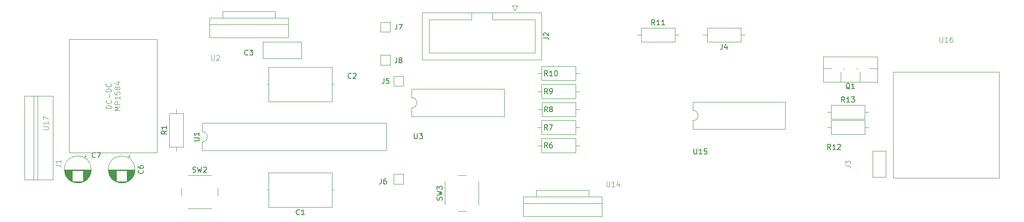
<source format=gbr>
%TF.GenerationSoftware,KiCad,Pcbnew,9.0.7*%
%TF.CreationDate,2026-01-05T23:13:07+01:00*%
%TF.ProjectId,hardware-Schematic,68617264-7761-4726-952d-536368656d61,rev?*%
%TF.SameCoordinates,Original*%
%TF.FileFunction,Legend,Top*%
%TF.FilePolarity,Positive*%
%FSLAX46Y46*%
G04 Gerber Fmt 4.6, Leading zero omitted, Abs format (unit mm)*
G04 Created by KiCad (PCBNEW 9.0.7) date 2026-01-05 23:13:07*
%MOMM*%
%LPD*%
G01*
G04 APERTURE LIST*
%ADD10C,0.150000*%
%ADD11C,0.100000*%
%ADD12C,0.120000*%
G04 APERTURE END LIST*
D10*
X156333333Y-101954819D02*
X156000000Y-101478628D01*
X155761905Y-101954819D02*
X155761905Y-100954819D01*
X155761905Y-100954819D02*
X156142857Y-100954819D01*
X156142857Y-100954819D02*
X156238095Y-101002438D01*
X156238095Y-101002438D02*
X156285714Y-101050057D01*
X156285714Y-101050057D02*
X156333333Y-101145295D01*
X156333333Y-101145295D02*
X156333333Y-101288152D01*
X156333333Y-101288152D02*
X156285714Y-101383390D01*
X156285714Y-101383390D02*
X156238095Y-101431009D01*
X156238095Y-101431009D02*
X156142857Y-101478628D01*
X156142857Y-101478628D02*
X155761905Y-101478628D01*
X156666667Y-100954819D02*
X157333333Y-100954819D01*
X157333333Y-100954819D02*
X156904762Y-101954819D01*
X156333333Y-98454819D02*
X156000000Y-97978628D01*
X155761905Y-98454819D02*
X155761905Y-97454819D01*
X155761905Y-97454819D02*
X156142857Y-97454819D01*
X156142857Y-97454819D02*
X156238095Y-97502438D01*
X156238095Y-97502438D02*
X156285714Y-97550057D01*
X156285714Y-97550057D02*
X156333333Y-97645295D01*
X156333333Y-97645295D02*
X156333333Y-97788152D01*
X156333333Y-97788152D02*
X156285714Y-97883390D01*
X156285714Y-97883390D02*
X156238095Y-97931009D01*
X156238095Y-97931009D02*
X156142857Y-97978628D01*
X156142857Y-97978628D02*
X155761905Y-97978628D01*
X156904762Y-97883390D02*
X156809524Y-97835771D01*
X156809524Y-97835771D02*
X156761905Y-97788152D01*
X156761905Y-97788152D02*
X156714286Y-97692914D01*
X156714286Y-97692914D02*
X156714286Y-97645295D01*
X156714286Y-97645295D02*
X156761905Y-97550057D01*
X156761905Y-97550057D02*
X156809524Y-97502438D01*
X156809524Y-97502438D02*
X156904762Y-97454819D01*
X156904762Y-97454819D02*
X157095238Y-97454819D01*
X157095238Y-97454819D02*
X157190476Y-97502438D01*
X157190476Y-97502438D02*
X157238095Y-97550057D01*
X157238095Y-97550057D02*
X157285714Y-97645295D01*
X157285714Y-97645295D02*
X157285714Y-97692914D01*
X157285714Y-97692914D02*
X157238095Y-97788152D01*
X157238095Y-97788152D02*
X157190476Y-97835771D01*
X157190476Y-97835771D02*
X157095238Y-97883390D01*
X157095238Y-97883390D02*
X156904762Y-97883390D01*
X156904762Y-97883390D02*
X156809524Y-97931009D01*
X156809524Y-97931009D02*
X156761905Y-97978628D01*
X156761905Y-97978628D02*
X156714286Y-98073866D01*
X156714286Y-98073866D02*
X156714286Y-98264342D01*
X156714286Y-98264342D02*
X156761905Y-98359580D01*
X156761905Y-98359580D02*
X156809524Y-98407200D01*
X156809524Y-98407200D02*
X156904762Y-98454819D01*
X156904762Y-98454819D02*
X157095238Y-98454819D01*
X157095238Y-98454819D02*
X157190476Y-98407200D01*
X157190476Y-98407200D02*
X157238095Y-98359580D01*
X157238095Y-98359580D02*
X157285714Y-98264342D01*
X157285714Y-98264342D02*
X157285714Y-98073866D01*
X157285714Y-98073866D02*
X157238095Y-97978628D01*
X157238095Y-97978628D02*
X157190476Y-97931009D01*
X157190476Y-97931009D02*
X157095238Y-97883390D01*
X135907200Y-115583332D02*
X135954819Y-115440475D01*
X135954819Y-115440475D02*
X135954819Y-115202380D01*
X135954819Y-115202380D02*
X135907200Y-115107142D01*
X135907200Y-115107142D02*
X135859580Y-115059523D01*
X135859580Y-115059523D02*
X135764342Y-115011904D01*
X135764342Y-115011904D02*
X135669104Y-115011904D01*
X135669104Y-115011904D02*
X135573866Y-115059523D01*
X135573866Y-115059523D02*
X135526247Y-115107142D01*
X135526247Y-115107142D02*
X135478628Y-115202380D01*
X135478628Y-115202380D02*
X135431009Y-115392856D01*
X135431009Y-115392856D02*
X135383390Y-115488094D01*
X135383390Y-115488094D02*
X135335771Y-115535713D01*
X135335771Y-115535713D02*
X135240533Y-115583332D01*
X135240533Y-115583332D02*
X135145295Y-115583332D01*
X135145295Y-115583332D02*
X135050057Y-115535713D01*
X135050057Y-115535713D02*
X135002438Y-115488094D01*
X135002438Y-115488094D02*
X134954819Y-115392856D01*
X134954819Y-115392856D02*
X134954819Y-115154761D01*
X134954819Y-115154761D02*
X135002438Y-115011904D01*
X134954819Y-114678570D02*
X135954819Y-114440475D01*
X135954819Y-114440475D02*
X135240533Y-114249999D01*
X135240533Y-114249999D02*
X135954819Y-114059523D01*
X135954819Y-114059523D02*
X134954819Y-113821428D01*
X134954819Y-113535713D02*
X134954819Y-112916666D01*
X134954819Y-112916666D02*
X135335771Y-113249999D01*
X135335771Y-113249999D02*
X135335771Y-113107142D01*
X135335771Y-113107142D02*
X135383390Y-113011904D01*
X135383390Y-113011904D02*
X135431009Y-112964285D01*
X135431009Y-112964285D02*
X135526247Y-112916666D01*
X135526247Y-112916666D02*
X135764342Y-112916666D01*
X135764342Y-112916666D02*
X135859580Y-112964285D01*
X135859580Y-112964285D02*
X135907200Y-113011904D01*
X135907200Y-113011904D02*
X135954819Y-113107142D01*
X135954819Y-113107142D02*
X135954819Y-113392856D01*
X135954819Y-113392856D02*
X135907200Y-113488094D01*
X135907200Y-113488094D02*
X135859580Y-113535713D01*
X214864761Y-94050057D02*
X214769523Y-94002438D01*
X214769523Y-94002438D02*
X214674285Y-93907200D01*
X214674285Y-93907200D02*
X214531428Y-93764342D01*
X214531428Y-93764342D02*
X214436190Y-93716723D01*
X214436190Y-93716723D02*
X214340952Y-93716723D01*
X214388571Y-93954819D02*
X214293333Y-93907200D01*
X214293333Y-93907200D02*
X214198095Y-93811961D01*
X214198095Y-93811961D02*
X214150476Y-93621485D01*
X214150476Y-93621485D02*
X214150476Y-93288152D01*
X214150476Y-93288152D02*
X214198095Y-93097676D01*
X214198095Y-93097676D02*
X214293333Y-93002438D01*
X214293333Y-93002438D02*
X214388571Y-92954819D01*
X214388571Y-92954819D02*
X214579047Y-92954819D01*
X214579047Y-92954819D02*
X214674285Y-93002438D01*
X214674285Y-93002438D02*
X214769523Y-93097676D01*
X214769523Y-93097676D02*
X214817142Y-93288152D01*
X214817142Y-93288152D02*
X214817142Y-93621485D01*
X214817142Y-93621485D02*
X214769523Y-93811961D01*
X214769523Y-93811961D02*
X214674285Y-93907200D01*
X214674285Y-93907200D02*
X214579047Y-93954819D01*
X214579047Y-93954819D02*
X214388571Y-93954819D01*
X215769523Y-93954819D02*
X215198095Y-93954819D01*
X215483809Y-93954819D02*
X215483809Y-92954819D01*
X215483809Y-92954819D02*
X215388571Y-93097676D01*
X215388571Y-93097676D02*
X215293333Y-93192914D01*
X215293333Y-93192914D02*
X215198095Y-93240533D01*
D11*
X91238095Y-87457419D02*
X91238095Y-88266942D01*
X91238095Y-88266942D02*
X91285714Y-88362180D01*
X91285714Y-88362180D02*
X91333333Y-88409800D01*
X91333333Y-88409800D02*
X91428571Y-88457419D01*
X91428571Y-88457419D02*
X91619047Y-88457419D01*
X91619047Y-88457419D02*
X91714285Y-88409800D01*
X91714285Y-88409800D02*
X91761904Y-88362180D01*
X91761904Y-88362180D02*
X91809523Y-88266942D01*
X91809523Y-88266942D02*
X91809523Y-87457419D01*
X92238095Y-87552657D02*
X92285714Y-87505038D01*
X92285714Y-87505038D02*
X92380952Y-87457419D01*
X92380952Y-87457419D02*
X92619047Y-87457419D01*
X92619047Y-87457419D02*
X92714285Y-87505038D01*
X92714285Y-87505038D02*
X92761904Y-87552657D01*
X92761904Y-87552657D02*
X92809523Y-87647895D01*
X92809523Y-87647895D02*
X92809523Y-87743133D01*
X92809523Y-87743133D02*
X92761904Y-87885990D01*
X92761904Y-87885990D02*
X92190476Y-88457419D01*
X92190476Y-88457419D02*
X92809523Y-88457419D01*
D10*
X130578095Y-102654819D02*
X130578095Y-103464342D01*
X130578095Y-103464342D02*
X130625714Y-103559580D01*
X130625714Y-103559580D02*
X130673333Y-103607200D01*
X130673333Y-103607200D02*
X130768571Y-103654819D01*
X130768571Y-103654819D02*
X130959047Y-103654819D01*
X130959047Y-103654819D02*
X131054285Y-103607200D01*
X131054285Y-103607200D02*
X131101904Y-103559580D01*
X131101904Y-103559580D02*
X131149523Y-103464342D01*
X131149523Y-103464342D02*
X131149523Y-102654819D01*
X131530476Y-102654819D02*
X132149523Y-102654819D01*
X132149523Y-102654819D02*
X131816190Y-103035771D01*
X131816190Y-103035771D02*
X131959047Y-103035771D01*
X131959047Y-103035771D02*
X132054285Y-103083390D01*
X132054285Y-103083390D02*
X132101904Y-103131009D01*
X132101904Y-103131009D02*
X132149523Y-103226247D01*
X132149523Y-103226247D02*
X132149523Y-103464342D01*
X132149523Y-103464342D02*
X132101904Y-103559580D01*
X132101904Y-103559580D02*
X132054285Y-103607200D01*
X132054285Y-103607200D02*
X131959047Y-103654819D01*
X131959047Y-103654819D02*
X131673333Y-103654819D01*
X131673333Y-103654819D02*
X131578095Y-103607200D01*
X131578095Y-103607200D02*
X131530476Y-103559580D01*
X190166666Y-85324819D02*
X190166666Y-86039104D01*
X190166666Y-86039104D02*
X190119047Y-86181961D01*
X190119047Y-86181961D02*
X190023809Y-86277200D01*
X190023809Y-86277200D02*
X189880952Y-86324819D01*
X189880952Y-86324819D02*
X189785714Y-86324819D01*
X191071428Y-85658152D02*
X191071428Y-86324819D01*
X190833333Y-85277200D02*
X190595238Y-85991485D01*
X190595238Y-85991485D02*
X191214285Y-85991485D01*
X108333333Y-118349580D02*
X108285714Y-118397200D01*
X108285714Y-118397200D02*
X108142857Y-118444819D01*
X108142857Y-118444819D02*
X108047619Y-118444819D01*
X108047619Y-118444819D02*
X107904762Y-118397200D01*
X107904762Y-118397200D02*
X107809524Y-118301961D01*
X107809524Y-118301961D02*
X107761905Y-118206723D01*
X107761905Y-118206723D02*
X107714286Y-118016247D01*
X107714286Y-118016247D02*
X107714286Y-117873390D01*
X107714286Y-117873390D02*
X107761905Y-117682914D01*
X107761905Y-117682914D02*
X107809524Y-117587676D01*
X107809524Y-117587676D02*
X107904762Y-117492438D01*
X107904762Y-117492438D02*
X108047619Y-117444819D01*
X108047619Y-117444819D02*
X108142857Y-117444819D01*
X108142857Y-117444819D02*
X108285714Y-117492438D01*
X108285714Y-117492438D02*
X108333333Y-117540057D01*
X109285714Y-118444819D02*
X108714286Y-118444819D01*
X109000000Y-118444819D02*
X109000000Y-117444819D01*
X109000000Y-117444819D02*
X108904762Y-117587676D01*
X108904762Y-117587676D02*
X108809524Y-117682914D01*
X108809524Y-117682914D02*
X108714286Y-117730533D01*
X87924819Y-104071904D02*
X88734342Y-104071904D01*
X88734342Y-104071904D02*
X88829580Y-104024285D01*
X88829580Y-104024285D02*
X88877200Y-103976666D01*
X88877200Y-103976666D02*
X88924819Y-103881428D01*
X88924819Y-103881428D02*
X88924819Y-103690952D01*
X88924819Y-103690952D02*
X88877200Y-103595714D01*
X88877200Y-103595714D02*
X88829580Y-103548095D01*
X88829580Y-103548095D02*
X88734342Y-103500476D01*
X88734342Y-103500476D02*
X87924819Y-103500476D01*
X88924819Y-102500476D02*
X88924819Y-103071904D01*
X88924819Y-102786190D02*
X87924819Y-102786190D01*
X87924819Y-102786190D02*
X88067676Y-102881428D01*
X88067676Y-102881428D02*
X88162914Y-102976666D01*
X88162914Y-102976666D02*
X88210533Y-103071904D01*
X184681905Y-105649819D02*
X184681905Y-106459342D01*
X184681905Y-106459342D02*
X184729524Y-106554580D01*
X184729524Y-106554580D02*
X184777143Y-106602200D01*
X184777143Y-106602200D02*
X184872381Y-106649819D01*
X184872381Y-106649819D02*
X185062857Y-106649819D01*
X185062857Y-106649819D02*
X185158095Y-106602200D01*
X185158095Y-106602200D02*
X185205714Y-106554580D01*
X185205714Y-106554580D02*
X185253333Y-106459342D01*
X185253333Y-106459342D02*
X185253333Y-105649819D01*
X186253333Y-106649819D02*
X185681905Y-106649819D01*
X185967619Y-106649819D02*
X185967619Y-105649819D01*
X185967619Y-105649819D02*
X185872381Y-105792676D01*
X185872381Y-105792676D02*
X185777143Y-105887914D01*
X185777143Y-105887914D02*
X185681905Y-105935533D01*
X187158095Y-105649819D02*
X186681905Y-105649819D01*
X186681905Y-105649819D02*
X186634286Y-106126009D01*
X186634286Y-106126009D02*
X186681905Y-106078390D01*
X186681905Y-106078390D02*
X186777143Y-106030771D01*
X186777143Y-106030771D02*
X187015238Y-106030771D01*
X187015238Y-106030771D02*
X187110476Y-106078390D01*
X187110476Y-106078390D02*
X187158095Y-106126009D01*
X187158095Y-106126009D02*
X187205714Y-106221247D01*
X187205714Y-106221247D02*
X187205714Y-106459342D01*
X187205714Y-106459342D02*
X187158095Y-106554580D01*
X187158095Y-106554580D02*
X187110476Y-106602200D01*
X187110476Y-106602200D02*
X187015238Y-106649819D01*
X187015238Y-106649819D02*
X186777143Y-106649819D01*
X186777143Y-106649819D02*
X186681905Y-106602200D01*
X186681905Y-106602200D02*
X186634286Y-106554580D01*
X156333333Y-94954819D02*
X156000000Y-94478628D01*
X155761905Y-94954819D02*
X155761905Y-93954819D01*
X155761905Y-93954819D02*
X156142857Y-93954819D01*
X156142857Y-93954819D02*
X156238095Y-94002438D01*
X156238095Y-94002438D02*
X156285714Y-94050057D01*
X156285714Y-94050057D02*
X156333333Y-94145295D01*
X156333333Y-94145295D02*
X156333333Y-94288152D01*
X156333333Y-94288152D02*
X156285714Y-94383390D01*
X156285714Y-94383390D02*
X156238095Y-94431009D01*
X156238095Y-94431009D02*
X156142857Y-94478628D01*
X156142857Y-94478628D02*
X155761905Y-94478628D01*
X156809524Y-94954819D02*
X157000000Y-94954819D01*
X157000000Y-94954819D02*
X157095238Y-94907200D01*
X157095238Y-94907200D02*
X157142857Y-94859580D01*
X157142857Y-94859580D02*
X157238095Y-94716723D01*
X157238095Y-94716723D02*
X157285714Y-94526247D01*
X157285714Y-94526247D02*
X157285714Y-94145295D01*
X157285714Y-94145295D02*
X157238095Y-94050057D01*
X157238095Y-94050057D02*
X157190476Y-94002438D01*
X157190476Y-94002438D02*
X157095238Y-93954819D01*
X157095238Y-93954819D02*
X156904762Y-93954819D01*
X156904762Y-93954819D02*
X156809524Y-94002438D01*
X156809524Y-94002438D02*
X156761905Y-94050057D01*
X156761905Y-94050057D02*
X156714286Y-94145295D01*
X156714286Y-94145295D02*
X156714286Y-94383390D01*
X156714286Y-94383390D02*
X156761905Y-94478628D01*
X156761905Y-94478628D02*
X156809524Y-94526247D01*
X156809524Y-94526247D02*
X156904762Y-94573866D01*
X156904762Y-94573866D02*
X157095238Y-94573866D01*
X157095238Y-94573866D02*
X157190476Y-94526247D01*
X157190476Y-94526247D02*
X157238095Y-94478628D01*
X157238095Y-94478628D02*
X157285714Y-94383390D01*
X177107142Y-81584819D02*
X176773809Y-81108628D01*
X176535714Y-81584819D02*
X176535714Y-80584819D01*
X176535714Y-80584819D02*
X176916666Y-80584819D01*
X176916666Y-80584819D02*
X177011904Y-80632438D01*
X177011904Y-80632438D02*
X177059523Y-80680057D01*
X177059523Y-80680057D02*
X177107142Y-80775295D01*
X177107142Y-80775295D02*
X177107142Y-80918152D01*
X177107142Y-80918152D02*
X177059523Y-81013390D01*
X177059523Y-81013390D02*
X177011904Y-81061009D01*
X177011904Y-81061009D02*
X176916666Y-81108628D01*
X176916666Y-81108628D02*
X176535714Y-81108628D01*
X178059523Y-81584819D02*
X177488095Y-81584819D01*
X177773809Y-81584819D02*
X177773809Y-80584819D01*
X177773809Y-80584819D02*
X177678571Y-80727676D01*
X177678571Y-80727676D02*
X177583333Y-80822914D01*
X177583333Y-80822914D02*
X177488095Y-80870533D01*
X179011904Y-81584819D02*
X178440476Y-81584819D01*
X178726190Y-81584819D02*
X178726190Y-80584819D01*
X178726190Y-80584819D02*
X178630952Y-80727676D01*
X178630952Y-80727676D02*
X178535714Y-80822914D01*
X178535714Y-80822914D02*
X178440476Y-80870533D01*
X213857142Y-96584819D02*
X213523809Y-96108628D01*
X213285714Y-96584819D02*
X213285714Y-95584819D01*
X213285714Y-95584819D02*
X213666666Y-95584819D01*
X213666666Y-95584819D02*
X213761904Y-95632438D01*
X213761904Y-95632438D02*
X213809523Y-95680057D01*
X213809523Y-95680057D02*
X213857142Y-95775295D01*
X213857142Y-95775295D02*
X213857142Y-95918152D01*
X213857142Y-95918152D02*
X213809523Y-96013390D01*
X213809523Y-96013390D02*
X213761904Y-96061009D01*
X213761904Y-96061009D02*
X213666666Y-96108628D01*
X213666666Y-96108628D02*
X213285714Y-96108628D01*
X214809523Y-96584819D02*
X214238095Y-96584819D01*
X214523809Y-96584819D02*
X214523809Y-95584819D01*
X214523809Y-95584819D02*
X214428571Y-95727676D01*
X214428571Y-95727676D02*
X214333333Y-95822914D01*
X214333333Y-95822914D02*
X214238095Y-95870533D01*
X215142857Y-95584819D02*
X215761904Y-95584819D01*
X215761904Y-95584819D02*
X215428571Y-95965771D01*
X215428571Y-95965771D02*
X215571428Y-95965771D01*
X215571428Y-95965771D02*
X215666666Y-96013390D01*
X215666666Y-96013390D02*
X215714285Y-96061009D01*
X215714285Y-96061009D02*
X215761904Y-96156247D01*
X215761904Y-96156247D02*
X215761904Y-96394342D01*
X215761904Y-96394342D02*
X215714285Y-96489580D01*
X215714285Y-96489580D02*
X215666666Y-96537200D01*
X215666666Y-96537200D02*
X215571428Y-96584819D01*
X215571428Y-96584819D02*
X215285714Y-96584819D01*
X215285714Y-96584819D02*
X215190476Y-96537200D01*
X215190476Y-96537200D02*
X215142857Y-96489580D01*
X156333333Y-105454819D02*
X156000000Y-104978628D01*
X155761905Y-105454819D02*
X155761905Y-104454819D01*
X155761905Y-104454819D02*
X156142857Y-104454819D01*
X156142857Y-104454819D02*
X156238095Y-104502438D01*
X156238095Y-104502438D02*
X156285714Y-104550057D01*
X156285714Y-104550057D02*
X156333333Y-104645295D01*
X156333333Y-104645295D02*
X156333333Y-104788152D01*
X156333333Y-104788152D02*
X156285714Y-104883390D01*
X156285714Y-104883390D02*
X156238095Y-104931009D01*
X156238095Y-104931009D02*
X156142857Y-104978628D01*
X156142857Y-104978628D02*
X155761905Y-104978628D01*
X157190476Y-104454819D02*
X157000000Y-104454819D01*
X157000000Y-104454819D02*
X156904762Y-104502438D01*
X156904762Y-104502438D02*
X156857143Y-104550057D01*
X156857143Y-104550057D02*
X156761905Y-104692914D01*
X156761905Y-104692914D02*
X156714286Y-104883390D01*
X156714286Y-104883390D02*
X156714286Y-105264342D01*
X156714286Y-105264342D02*
X156761905Y-105359580D01*
X156761905Y-105359580D02*
X156809524Y-105407200D01*
X156809524Y-105407200D02*
X156904762Y-105454819D01*
X156904762Y-105454819D02*
X157095238Y-105454819D01*
X157095238Y-105454819D02*
X157190476Y-105407200D01*
X157190476Y-105407200D02*
X157238095Y-105359580D01*
X157238095Y-105359580D02*
X157285714Y-105264342D01*
X157285714Y-105264342D02*
X157285714Y-105026247D01*
X157285714Y-105026247D02*
X157238095Y-104931009D01*
X157238095Y-104931009D02*
X157190476Y-104883390D01*
X157190476Y-104883390D02*
X157095238Y-104835771D01*
X157095238Y-104835771D02*
X156904762Y-104835771D01*
X156904762Y-104835771D02*
X156809524Y-104883390D01*
X156809524Y-104883390D02*
X156761905Y-104931009D01*
X156761905Y-104931009D02*
X156714286Y-105026247D01*
D11*
X61112419Y-108833445D02*
X61826704Y-108833445D01*
X61826704Y-108833445D02*
X61969561Y-108881064D01*
X61969561Y-108881064D02*
X62064800Y-108976302D01*
X62064800Y-108976302D02*
X62112419Y-109119159D01*
X62112419Y-109119159D02*
X62112419Y-109214397D01*
X62112419Y-107833445D02*
X62112419Y-108404873D01*
X62112419Y-108119159D02*
X61112419Y-108119159D01*
X61112419Y-108119159D02*
X61255276Y-108214397D01*
X61255276Y-108214397D02*
X61350514Y-108309635D01*
X61350514Y-108309635D02*
X61398133Y-108404873D01*
D10*
X124666666Y-91954819D02*
X124666666Y-92669104D01*
X124666666Y-92669104D02*
X124619047Y-92811961D01*
X124619047Y-92811961D02*
X124523809Y-92907200D01*
X124523809Y-92907200D02*
X124380952Y-92954819D01*
X124380952Y-92954819D02*
X124285714Y-92954819D01*
X125619047Y-91954819D02*
X125142857Y-91954819D01*
X125142857Y-91954819D02*
X125095238Y-92431009D01*
X125095238Y-92431009D02*
X125142857Y-92383390D01*
X125142857Y-92383390D02*
X125238095Y-92335771D01*
X125238095Y-92335771D02*
X125476190Y-92335771D01*
X125476190Y-92335771D02*
X125571428Y-92383390D01*
X125571428Y-92383390D02*
X125619047Y-92431009D01*
X125619047Y-92431009D02*
X125666666Y-92526247D01*
X125666666Y-92526247D02*
X125666666Y-92764342D01*
X125666666Y-92764342D02*
X125619047Y-92859580D01*
X125619047Y-92859580D02*
X125571428Y-92907200D01*
X125571428Y-92907200D02*
X125476190Y-92954819D01*
X125476190Y-92954819D02*
X125238095Y-92954819D01*
X125238095Y-92954819D02*
X125142857Y-92907200D01*
X125142857Y-92907200D02*
X125095238Y-92859580D01*
X78009580Y-109816666D02*
X78057200Y-109864285D01*
X78057200Y-109864285D02*
X78104819Y-110007142D01*
X78104819Y-110007142D02*
X78104819Y-110102380D01*
X78104819Y-110102380D02*
X78057200Y-110245237D01*
X78057200Y-110245237D02*
X77961961Y-110340475D01*
X77961961Y-110340475D02*
X77866723Y-110388094D01*
X77866723Y-110388094D02*
X77676247Y-110435713D01*
X77676247Y-110435713D02*
X77533390Y-110435713D01*
X77533390Y-110435713D02*
X77342914Y-110388094D01*
X77342914Y-110388094D02*
X77247676Y-110340475D01*
X77247676Y-110340475D02*
X77152438Y-110245237D01*
X77152438Y-110245237D02*
X77104819Y-110102380D01*
X77104819Y-110102380D02*
X77104819Y-110007142D01*
X77104819Y-110007142D02*
X77152438Y-109864285D01*
X77152438Y-109864285D02*
X77200057Y-109816666D01*
X77104819Y-108959523D02*
X77104819Y-109149999D01*
X77104819Y-109149999D02*
X77152438Y-109245237D01*
X77152438Y-109245237D02*
X77200057Y-109292856D01*
X77200057Y-109292856D02*
X77342914Y-109388094D01*
X77342914Y-109388094D02*
X77533390Y-109435713D01*
X77533390Y-109435713D02*
X77914342Y-109435713D01*
X77914342Y-109435713D02*
X78009580Y-109388094D01*
X78009580Y-109388094D02*
X78057200Y-109340475D01*
X78057200Y-109340475D02*
X78104819Y-109245237D01*
X78104819Y-109245237D02*
X78104819Y-109054761D01*
X78104819Y-109054761D02*
X78057200Y-108959523D01*
X78057200Y-108959523D02*
X78009580Y-108911904D01*
X78009580Y-108911904D02*
X77914342Y-108864285D01*
X77914342Y-108864285D02*
X77676247Y-108864285D01*
X77676247Y-108864285D02*
X77581009Y-108911904D01*
X77581009Y-108911904D02*
X77533390Y-108959523D01*
X77533390Y-108959523D02*
X77485771Y-109054761D01*
X77485771Y-109054761D02*
X77485771Y-109245237D01*
X77485771Y-109245237D02*
X77533390Y-109340475D01*
X77533390Y-109340475D02*
X77581009Y-109388094D01*
X77581009Y-109388094D02*
X77676247Y-109435713D01*
D11*
X213987419Y-108953333D02*
X214701704Y-108953333D01*
X214701704Y-108953333D02*
X214844561Y-109000952D01*
X214844561Y-109000952D02*
X214939800Y-109096190D01*
X214939800Y-109096190D02*
X214987419Y-109239047D01*
X214987419Y-109239047D02*
X214987419Y-109334285D01*
X213987419Y-108572380D02*
X213987419Y-107953333D01*
X213987419Y-107953333D02*
X214368371Y-108286666D01*
X214368371Y-108286666D02*
X214368371Y-108143809D01*
X214368371Y-108143809D02*
X214415990Y-108048571D01*
X214415990Y-108048571D02*
X214463609Y-108000952D01*
X214463609Y-108000952D02*
X214558847Y-107953333D01*
X214558847Y-107953333D02*
X214796942Y-107953333D01*
X214796942Y-107953333D02*
X214892180Y-108000952D01*
X214892180Y-108000952D02*
X214939800Y-108048571D01*
X214939800Y-108048571D02*
X214987419Y-108143809D01*
X214987419Y-108143809D02*
X214987419Y-108429523D01*
X214987419Y-108429523D02*
X214939800Y-108524761D01*
X214939800Y-108524761D02*
X214892180Y-108572380D01*
X167761905Y-111957419D02*
X167761905Y-112766942D01*
X167761905Y-112766942D02*
X167809524Y-112862180D01*
X167809524Y-112862180D02*
X167857143Y-112909800D01*
X167857143Y-112909800D02*
X167952381Y-112957419D01*
X167952381Y-112957419D02*
X168142857Y-112957419D01*
X168142857Y-112957419D02*
X168238095Y-112909800D01*
X168238095Y-112909800D02*
X168285714Y-112862180D01*
X168285714Y-112862180D02*
X168333333Y-112766942D01*
X168333333Y-112766942D02*
X168333333Y-111957419D01*
X169333333Y-112957419D02*
X168761905Y-112957419D01*
X169047619Y-112957419D02*
X169047619Y-111957419D01*
X169047619Y-111957419D02*
X168952381Y-112100276D01*
X168952381Y-112100276D02*
X168857143Y-112195514D01*
X168857143Y-112195514D02*
X168761905Y-112243133D01*
X170190476Y-112290752D02*
X170190476Y-112957419D01*
X169952381Y-111909800D02*
X169714286Y-112624085D01*
X169714286Y-112624085D02*
X170333333Y-112624085D01*
D10*
X118333333Y-91859580D02*
X118285714Y-91907200D01*
X118285714Y-91907200D02*
X118142857Y-91954819D01*
X118142857Y-91954819D02*
X118047619Y-91954819D01*
X118047619Y-91954819D02*
X117904762Y-91907200D01*
X117904762Y-91907200D02*
X117809524Y-91811961D01*
X117809524Y-91811961D02*
X117761905Y-91716723D01*
X117761905Y-91716723D02*
X117714286Y-91526247D01*
X117714286Y-91526247D02*
X117714286Y-91383390D01*
X117714286Y-91383390D02*
X117761905Y-91192914D01*
X117761905Y-91192914D02*
X117809524Y-91097676D01*
X117809524Y-91097676D02*
X117904762Y-91002438D01*
X117904762Y-91002438D02*
X118047619Y-90954819D01*
X118047619Y-90954819D02*
X118142857Y-90954819D01*
X118142857Y-90954819D02*
X118285714Y-91002438D01*
X118285714Y-91002438D02*
X118333333Y-91050057D01*
X118714286Y-91050057D02*
X118761905Y-91002438D01*
X118761905Y-91002438D02*
X118857143Y-90954819D01*
X118857143Y-90954819D02*
X119095238Y-90954819D01*
X119095238Y-90954819D02*
X119190476Y-91002438D01*
X119190476Y-91002438D02*
X119238095Y-91050057D01*
X119238095Y-91050057D02*
X119285714Y-91145295D01*
X119285714Y-91145295D02*
X119285714Y-91240533D01*
X119285714Y-91240533D02*
X119238095Y-91383390D01*
X119238095Y-91383390D02*
X118666667Y-91954819D01*
X118666667Y-91954819D02*
X119285714Y-91954819D01*
X127166666Y-87954819D02*
X127166666Y-88669104D01*
X127166666Y-88669104D02*
X127119047Y-88811961D01*
X127119047Y-88811961D02*
X127023809Y-88907200D01*
X127023809Y-88907200D02*
X126880952Y-88954819D01*
X126880952Y-88954819D02*
X126785714Y-88954819D01*
X127785714Y-88383390D02*
X127690476Y-88335771D01*
X127690476Y-88335771D02*
X127642857Y-88288152D01*
X127642857Y-88288152D02*
X127595238Y-88192914D01*
X127595238Y-88192914D02*
X127595238Y-88145295D01*
X127595238Y-88145295D02*
X127642857Y-88050057D01*
X127642857Y-88050057D02*
X127690476Y-88002438D01*
X127690476Y-88002438D02*
X127785714Y-87954819D01*
X127785714Y-87954819D02*
X127976190Y-87954819D01*
X127976190Y-87954819D02*
X128071428Y-88002438D01*
X128071428Y-88002438D02*
X128119047Y-88050057D01*
X128119047Y-88050057D02*
X128166666Y-88145295D01*
X128166666Y-88145295D02*
X128166666Y-88192914D01*
X128166666Y-88192914D02*
X128119047Y-88288152D01*
X128119047Y-88288152D02*
X128071428Y-88335771D01*
X128071428Y-88335771D02*
X127976190Y-88383390D01*
X127976190Y-88383390D02*
X127785714Y-88383390D01*
X127785714Y-88383390D02*
X127690476Y-88431009D01*
X127690476Y-88431009D02*
X127642857Y-88478628D01*
X127642857Y-88478628D02*
X127595238Y-88573866D01*
X127595238Y-88573866D02*
X127595238Y-88764342D01*
X127595238Y-88764342D02*
X127642857Y-88859580D01*
X127642857Y-88859580D02*
X127690476Y-88907200D01*
X127690476Y-88907200D02*
X127785714Y-88954819D01*
X127785714Y-88954819D02*
X127976190Y-88954819D01*
X127976190Y-88954819D02*
X128071428Y-88907200D01*
X128071428Y-88907200D02*
X128119047Y-88859580D01*
X128119047Y-88859580D02*
X128166666Y-88764342D01*
X128166666Y-88764342D02*
X128166666Y-88573866D01*
X128166666Y-88573866D02*
X128119047Y-88478628D01*
X128119047Y-88478628D02*
X128071428Y-88431009D01*
X128071428Y-88431009D02*
X127976190Y-88383390D01*
X211157142Y-105754819D02*
X210823809Y-105278628D01*
X210585714Y-105754819D02*
X210585714Y-104754819D01*
X210585714Y-104754819D02*
X210966666Y-104754819D01*
X210966666Y-104754819D02*
X211061904Y-104802438D01*
X211061904Y-104802438D02*
X211109523Y-104850057D01*
X211109523Y-104850057D02*
X211157142Y-104945295D01*
X211157142Y-104945295D02*
X211157142Y-105088152D01*
X211157142Y-105088152D02*
X211109523Y-105183390D01*
X211109523Y-105183390D02*
X211061904Y-105231009D01*
X211061904Y-105231009D02*
X210966666Y-105278628D01*
X210966666Y-105278628D02*
X210585714Y-105278628D01*
X212109523Y-105754819D02*
X211538095Y-105754819D01*
X211823809Y-105754819D02*
X211823809Y-104754819D01*
X211823809Y-104754819D02*
X211728571Y-104897676D01*
X211728571Y-104897676D02*
X211633333Y-104992914D01*
X211633333Y-104992914D02*
X211538095Y-105040533D01*
X212490476Y-104850057D02*
X212538095Y-104802438D01*
X212538095Y-104802438D02*
X212633333Y-104754819D01*
X212633333Y-104754819D02*
X212871428Y-104754819D01*
X212871428Y-104754819D02*
X212966666Y-104802438D01*
X212966666Y-104802438D02*
X213014285Y-104850057D01*
X213014285Y-104850057D02*
X213061904Y-104945295D01*
X213061904Y-104945295D02*
X213061904Y-105040533D01*
X213061904Y-105040533D02*
X213014285Y-105183390D01*
X213014285Y-105183390D02*
X212442857Y-105754819D01*
X212442857Y-105754819D02*
X213061904Y-105754819D01*
X124166666Y-111454819D02*
X124166666Y-112169104D01*
X124166666Y-112169104D02*
X124119047Y-112311961D01*
X124119047Y-112311961D02*
X124023809Y-112407200D01*
X124023809Y-112407200D02*
X123880952Y-112454819D01*
X123880952Y-112454819D02*
X123785714Y-112454819D01*
X125071428Y-111454819D02*
X124880952Y-111454819D01*
X124880952Y-111454819D02*
X124785714Y-111502438D01*
X124785714Y-111502438D02*
X124738095Y-111550057D01*
X124738095Y-111550057D02*
X124642857Y-111692914D01*
X124642857Y-111692914D02*
X124595238Y-111883390D01*
X124595238Y-111883390D02*
X124595238Y-112264342D01*
X124595238Y-112264342D02*
X124642857Y-112359580D01*
X124642857Y-112359580D02*
X124690476Y-112407200D01*
X124690476Y-112407200D02*
X124785714Y-112454819D01*
X124785714Y-112454819D02*
X124976190Y-112454819D01*
X124976190Y-112454819D02*
X125071428Y-112407200D01*
X125071428Y-112407200D02*
X125119047Y-112359580D01*
X125119047Y-112359580D02*
X125166666Y-112264342D01*
X125166666Y-112264342D02*
X125166666Y-112026247D01*
X125166666Y-112026247D02*
X125119047Y-111931009D01*
X125119047Y-111931009D02*
X125071428Y-111883390D01*
X125071428Y-111883390D02*
X124976190Y-111835771D01*
X124976190Y-111835771D02*
X124785714Y-111835771D01*
X124785714Y-111835771D02*
X124690476Y-111883390D01*
X124690476Y-111883390D02*
X124642857Y-111931009D01*
X124642857Y-111931009D02*
X124595238Y-112026247D01*
X98333333Y-87359580D02*
X98285714Y-87407200D01*
X98285714Y-87407200D02*
X98142857Y-87454819D01*
X98142857Y-87454819D02*
X98047619Y-87454819D01*
X98047619Y-87454819D02*
X97904762Y-87407200D01*
X97904762Y-87407200D02*
X97809524Y-87311961D01*
X97809524Y-87311961D02*
X97761905Y-87216723D01*
X97761905Y-87216723D02*
X97714286Y-87026247D01*
X97714286Y-87026247D02*
X97714286Y-86883390D01*
X97714286Y-86883390D02*
X97761905Y-86692914D01*
X97761905Y-86692914D02*
X97809524Y-86597676D01*
X97809524Y-86597676D02*
X97904762Y-86502438D01*
X97904762Y-86502438D02*
X98047619Y-86454819D01*
X98047619Y-86454819D02*
X98142857Y-86454819D01*
X98142857Y-86454819D02*
X98285714Y-86502438D01*
X98285714Y-86502438D02*
X98333333Y-86550057D01*
X98666667Y-86454819D02*
X99285714Y-86454819D01*
X99285714Y-86454819D02*
X98952381Y-86835771D01*
X98952381Y-86835771D02*
X99095238Y-86835771D01*
X99095238Y-86835771D02*
X99190476Y-86883390D01*
X99190476Y-86883390D02*
X99238095Y-86931009D01*
X99238095Y-86931009D02*
X99285714Y-87026247D01*
X99285714Y-87026247D02*
X99285714Y-87264342D01*
X99285714Y-87264342D02*
X99238095Y-87359580D01*
X99238095Y-87359580D02*
X99190476Y-87407200D01*
X99190476Y-87407200D02*
X99095238Y-87454819D01*
X99095238Y-87454819D02*
X98809524Y-87454819D01*
X98809524Y-87454819D02*
X98714286Y-87407200D01*
X98714286Y-87407200D02*
X98666667Y-87359580D01*
X87666667Y-110157200D02*
X87809524Y-110204819D01*
X87809524Y-110204819D02*
X88047619Y-110204819D01*
X88047619Y-110204819D02*
X88142857Y-110157200D01*
X88142857Y-110157200D02*
X88190476Y-110109580D01*
X88190476Y-110109580D02*
X88238095Y-110014342D01*
X88238095Y-110014342D02*
X88238095Y-109919104D01*
X88238095Y-109919104D02*
X88190476Y-109823866D01*
X88190476Y-109823866D02*
X88142857Y-109776247D01*
X88142857Y-109776247D02*
X88047619Y-109728628D01*
X88047619Y-109728628D02*
X87857143Y-109681009D01*
X87857143Y-109681009D02*
X87761905Y-109633390D01*
X87761905Y-109633390D02*
X87714286Y-109585771D01*
X87714286Y-109585771D02*
X87666667Y-109490533D01*
X87666667Y-109490533D02*
X87666667Y-109395295D01*
X87666667Y-109395295D02*
X87714286Y-109300057D01*
X87714286Y-109300057D02*
X87761905Y-109252438D01*
X87761905Y-109252438D02*
X87857143Y-109204819D01*
X87857143Y-109204819D02*
X88095238Y-109204819D01*
X88095238Y-109204819D02*
X88238095Y-109252438D01*
X88571429Y-109204819D02*
X88809524Y-110204819D01*
X88809524Y-110204819D02*
X89000000Y-109490533D01*
X89000000Y-109490533D02*
X89190476Y-110204819D01*
X89190476Y-110204819D02*
X89428572Y-109204819D01*
X89761905Y-109300057D02*
X89809524Y-109252438D01*
X89809524Y-109252438D02*
X89904762Y-109204819D01*
X89904762Y-109204819D02*
X90142857Y-109204819D01*
X90142857Y-109204819D02*
X90238095Y-109252438D01*
X90238095Y-109252438D02*
X90285714Y-109300057D01*
X90285714Y-109300057D02*
X90333333Y-109395295D01*
X90333333Y-109395295D02*
X90333333Y-109490533D01*
X90333333Y-109490533D02*
X90285714Y-109633390D01*
X90285714Y-109633390D02*
X89714286Y-110204819D01*
X89714286Y-110204819D02*
X90333333Y-110204819D01*
X68803333Y-107259580D02*
X68755714Y-107307200D01*
X68755714Y-107307200D02*
X68612857Y-107354819D01*
X68612857Y-107354819D02*
X68517619Y-107354819D01*
X68517619Y-107354819D02*
X68374762Y-107307200D01*
X68374762Y-107307200D02*
X68279524Y-107211961D01*
X68279524Y-107211961D02*
X68231905Y-107116723D01*
X68231905Y-107116723D02*
X68184286Y-106926247D01*
X68184286Y-106926247D02*
X68184286Y-106783390D01*
X68184286Y-106783390D02*
X68231905Y-106592914D01*
X68231905Y-106592914D02*
X68279524Y-106497676D01*
X68279524Y-106497676D02*
X68374762Y-106402438D01*
X68374762Y-106402438D02*
X68517619Y-106354819D01*
X68517619Y-106354819D02*
X68612857Y-106354819D01*
X68612857Y-106354819D02*
X68755714Y-106402438D01*
X68755714Y-106402438D02*
X68803333Y-106450057D01*
X69136667Y-106354819D02*
X69803333Y-106354819D01*
X69803333Y-106354819D02*
X69374762Y-107354819D01*
X127166666Y-81454819D02*
X127166666Y-82169104D01*
X127166666Y-82169104D02*
X127119047Y-82311961D01*
X127119047Y-82311961D02*
X127023809Y-82407200D01*
X127023809Y-82407200D02*
X126880952Y-82454819D01*
X126880952Y-82454819D02*
X126785714Y-82454819D01*
X127547619Y-81454819D02*
X128214285Y-81454819D01*
X128214285Y-81454819D02*
X127785714Y-82454819D01*
X82584819Y-102166666D02*
X82108628Y-102499999D01*
X82584819Y-102738094D02*
X81584819Y-102738094D01*
X81584819Y-102738094D02*
X81584819Y-102357142D01*
X81584819Y-102357142D02*
X81632438Y-102261904D01*
X81632438Y-102261904D02*
X81680057Y-102214285D01*
X81680057Y-102214285D02*
X81775295Y-102166666D01*
X81775295Y-102166666D02*
X81918152Y-102166666D01*
X81918152Y-102166666D02*
X82013390Y-102214285D01*
X82013390Y-102214285D02*
X82061009Y-102261904D01*
X82061009Y-102261904D02*
X82108628Y-102357142D01*
X82108628Y-102357142D02*
X82108628Y-102738094D01*
X82584819Y-101214285D02*
X82584819Y-101785713D01*
X82584819Y-101499999D02*
X81584819Y-101499999D01*
X81584819Y-101499999D02*
X81727676Y-101595237D01*
X81727676Y-101595237D02*
X81822914Y-101690475D01*
X81822914Y-101690475D02*
X81870533Y-101785713D01*
X156357142Y-91454819D02*
X156023809Y-90978628D01*
X155785714Y-91454819D02*
X155785714Y-90454819D01*
X155785714Y-90454819D02*
X156166666Y-90454819D01*
X156166666Y-90454819D02*
X156261904Y-90502438D01*
X156261904Y-90502438D02*
X156309523Y-90550057D01*
X156309523Y-90550057D02*
X156357142Y-90645295D01*
X156357142Y-90645295D02*
X156357142Y-90788152D01*
X156357142Y-90788152D02*
X156309523Y-90883390D01*
X156309523Y-90883390D02*
X156261904Y-90931009D01*
X156261904Y-90931009D02*
X156166666Y-90978628D01*
X156166666Y-90978628D02*
X155785714Y-90978628D01*
X157309523Y-91454819D02*
X156738095Y-91454819D01*
X157023809Y-91454819D02*
X157023809Y-90454819D01*
X157023809Y-90454819D02*
X156928571Y-90597676D01*
X156928571Y-90597676D02*
X156833333Y-90692914D01*
X156833333Y-90692914D02*
X156738095Y-90740533D01*
X157928571Y-90454819D02*
X158023809Y-90454819D01*
X158023809Y-90454819D02*
X158119047Y-90502438D01*
X158119047Y-90502438D02*
X158166666Y-90550057D01*
X158166666Y-90550057D02*
X158214285Y-90645295D01*
X158214285Y-90645295D02*
X158261904Y-90835771D01*
X158261904Y-90835771D02*
X158261904Y-91073866D01*
X158261904Y-91073866D02*
X158214285Y-91264342D01*
X158214285Y-91264342D02*
X158166666Y-91359580D01*
X158166666Y-91359580D02*
X158119047Y-91407200D01*
X158119047Y-91407200D02*
X158023809Y-91454819D01*
X158023809Y-91454819D02*
X157928571Y-91454819D01*
X157928571Y-91454819D02*
X157833333Y-91407200D01*
X157833333Y-91407200D02*
X157785714Y-91359580D01*
X157785714Y-91359580D02*
X157738095Y-91264342D01*
X157738095Y-91264342D02*
X157690476Y-91073866D01*
X157690476Y-91073866D02*
X157690476Y-90835771D01*
X157690476Y-90835771D02*
X157738095Y-90645295D01*
X157738095Y-90645295D02*
X157785714Y-90550057D01*
X157785714Y-90550057D02*
X157833333Y-90502438D01*
X157833333Y-90502438D02*
X157928571Y-90454819D01*
X155554819Y-84103333D02*
X156269104Y-84103333D01*
X156269104Y-84103333D02*
X156411961Y-84150952D01*
X156411961Y-84150952D02*
X156507200Y-84246190D01*
X156507200Y-84246190D02*
X156554819Y-84389047D01*
X156554819Y-84389047D02*
X156554819Y-84484285D01*
X155650057Y-83674761D02*
X155602438Y-83627142D01*
X155602438Y-83627142D02*
X155554819Y-83531904D01*
X155554819Y-83531904D02*
X155554819Y-83293809D01*
X155554819Y-83293809D02*
X155602438Y-83198571D01*
X155602438Y-83198571D02*
X155650057Y-83150952D01*
X155650057Y-83150952D02*
X155745295Y-83103333D01*
X155745295Y-83103333D02*
X155840533Y-83103333D01*
X155840533Y-83103333D02*
X155983390Y-83150952D01*
X155983390Y-83150952D02*
X156554819Y-83722380D01*
X156554819Y-83722380D02*
X156554819Y-83103333D01*
D11*
X58707419Y-101888094D02*
X59516942Y-101888094D01*
X59516942Y-101888094D02*
X59612180Y-101840475D01*
X59612180Y-101840475D02*
X59659800Y-101792856D01*
X59659800Y-101792856D02*
X59707419Y-101697618D01*
X59707419Y-101697618D02*
X59707419Y-101507142D01*
X59707419Y-101507142D02*
X59659800Y-101411904D01*
X59659800Y-101411904D02*
X59612180Y-101364285D01*
X59612180Y-101364285D02*
X59516942Y-101316666D01*
X59516942Y-101316666D02*
X58707419Y-101316666D01*
X59707419Y-100316666D02*
X59707419Y-100888094D01*
X59707419Y-100602380D02*
X58707419Y-100602380D01*
X58707419Y-100602380D02*
X58850276Y-100697618D01*
X58850276Y-100697618D02*
X58945514Y-100792856D01*
X58945514Y-100792856D02*
X58993133Y-100888094D01*
X58707419Y-99983332D02*
X58707419Y-99316666D01*
X58707419Y-99316666D02*
X59707419Y-99745237D01*
X71872419Y-97780951D02*
X70872419Y-97780951D01*
X70872419Y-97780951D02*
X70872419Y-97542856D01*
X70872419Y-97542856D02*
X70920038Y-97399999D01*
X70920038Y-97399999D02*
X71015276Y-97304761D01*
X71015276Y-97304761D02*
X71110514Y-97257142D01*
X71110514Y-97257142D02*
X71300990Y-97209523D01*
X71300990Y-97209523D02*
X71443847Y-97209523D01*
X71443847Y-97209523D02*
X71634323Y-97257142D01*
X71634323Y-97257142D02*
X71729561Y-97304761D01*
X71729561Y-97304761D02*
X71824800Y-97399999D01*
X71824800Y-97399999D02*
X71872419Y-97542856D01*
X71872419Y-97542856D02*
X71872419Y-97780951D01*
X71777180Y-96209523D02*
X71824800Y-96257142D01*
X71824800Y-96257142D02*
X71872419Y-96399999D01*
X71872419Y-96399999D02*
X71872419Y-96495237D01*
X71872419Y-96495237D02*
X71824800Y-96638094D01*
X71824800Y-96638094D02*
X71729561Y-96733332D01*
X71729561Y-96733332D02*
X71634323Y-96780951D01*
X71634323Y-96780951D02*
X71443847Y-96828570D01*
X71443847Y-96828570D02*
X71300990Y-96828570D01*
X71300990Y-96828570D02*
X71110514Y-96780951D01*
X71110514Y-96780951D02*
X71015276Y-96733332D01*
X71015276Y-96733332D02*
X70920038Y-96638094D01*
X70920038Y-96638094D02*
X70872419Y-96495237D01*
X70872419Y-96495237D02*
X70872419Y-96399999D01*
X70872419Y-96399999D02*
X70920038Y-96257142D01*
X70920038Y-96257142D02*
X70967657Y-96209523D01*
X71491466Y-95780951D02*
X71491466Y-95019047D01*
X71872419Y-94542856D02*
X70872419Y-94542856D01*
X70872419Y-94542856D02*
X70872419Y-94304761D01*
X70872419Y-94304761D02*
X70920038Y-94161904D01*
X70920038Y-94161904D02*
X71015276Y-94066666D01*
X71015276Y-94066666D02*
X71110514Y-94019047D01*
X71110514Y-94019047D02*
X71300990Y-93971428D01*
X71300990Y-93971428D02*
X71443847Y-93971428D01*
X71443847Y-93971428D02*
X71634323Y-94019047D01*
X71634323Y-94019047D02*
X71729561Y-94066666D01*
X71729561Y-94066666D02*
X71824800Y-94161904D01*
X71824800Y-94161904D02*
X71872419Y-94304761D01*
X71872419Y-94304761D02*
X71872419Y-94542856D01*
X71777180Y-92971428D02*
X71824800Y-93019047D01*
X71824800Y-93019047D02*
X71872419Y-93161904D01*
X71872419Y-93161904D02*
X71872419Y-93257142D01*
X71872419Y-93257142D02*
X71824800Y-93399999D01*
X71824800Y-93399999D02*
X71729561Y-93495237D01*
X71729561Y-93495237D02*
X71634323Y-93542856D01*
X71634323Y-93542856D02*
X71443847Y-93590475D01*
X71443847Y-93590475D02*
X71300990Y-93590475D01*
X71300990Y-93590475D02*
X71110514Y-93542856D01*
X71110514Y-93542856D02*
X71015276Y-93495237D01*
X71015276Y-93495237D02*
X70920038Y-93399999D01*
X70920038Y-93399999D02*
X70872419Y-93257142D01*
X70872419Y-93257142D02*
X70872419Y-93161904D01*
X70872419Y-93161904D02*
X70920038Y-93019047D01*
X70920038Y-93019047D02*
X70967657Y-92971428D01*
X73542419Y-98138094D02*
X72542419Y-98138094D01*
X72542419Y-98138094D02*
X73256704Y-97804761D01*
X73256704Y-97804761D02*
X72542419Y-97471428D01*
X72542419Y-97471428D02*
X73542419Y-97471428D01*
X73542419Y-96995237D02*
X72542419Y-96995237D01*
X72542419Y-96995237D02*
X72542419Y-96614285D01*
X72542419Y-96614285D02*
X72590038Y-96519047D01*
X72590038Y-96519047D02*
X72637657Y-96471428D01*
X72637657Y-96471428D02*
X72732895Y-96423809D01*
X72732895Y-96423809D02*
X72875752Y-96423809D01*
X72875752Y-96423809D02*
X72970990Y-96471428D01*
X72970990Y-96471428D02*
X73018609Y-96519047D01*
X73018609Y-96519047D02*
X73066228Y-96614285D01*
X73066228Y-96614285D02*
X73066228Y-96995237D01*
X73542419Y-95471428D02*
X73542419Y-96042856D01*
X73542419Y-95757142D02*
X72542419Y-95757142D01*
X72542419Y-95757142D02*
X72685276Y-95852380D01*
X72685276Y-95852380D02*
X72780514Y-95947618D01*
X72780514Y-95947618D02*
X72828133Y-96042856D01*
X72542419Y-94566666D02*
X72542419Y-95042856D01*
X72542419Y-95042856D02*
X73018609Y-95090475D01*
X73018609Y-95090475D02*
X72970990Y-95042856D01*
X72970990Y-95042856D02*
X72923371Y-94947618D01*
X72923371Y-94947618D02*
X72923371Y-94709523D01*
X72923371Y-94709523D02*
X72970990Y-94614285D01*
X72970990Y-94614285D02*
X73018609Y-94566666D01*
X73018609Y-94566666D02*
X73113847Y-94519047D01*
X73113847Y-94519047D02*
X73351942Y-94519047D01*
X73351942Y-94519047D02*
X73447180Y-94566666D01*
X73447180Y-94566666D02*
X73494800Y-94614285D01*
X73494800Y-94614285D02*
X73542419Y-94709523D01*
X73542419Y-94709523D02*
X73542419Y-94947618D01*
X73542419Y-94947618D02*
X73494800Y-95042856D01*
X73494800Y-95042856D02*
X73447180Y-95090475D01*
X72970990Y-93947618D02*
X72923371Y-94042856D01*
X72923371Y-94042856D02*
X72875752Y-94090475D01*
X72875752Y-94090475D02*
X72780514Y-94138094D01*
X72780514Y-94138094D02*
X72732895Y-94138094D01*
X72732895Y-94138094D02*
X72637657Y-94090475D01*
X72637657Y-94090475D02*
X72590038Y-94042856D01*
X72590038Y-94042856D02*
X72542419Y-93947618D01*
X72542419Y-93947618D02*
X72542419Y-93757142D01*
X72542419Y-93757142D02*
X72590038Y-93661904D01*
X72590038Y-93661904D02*
X72637657Y-93614285D01*
X72637657Y-93614285D02*
X72732895Y-93566666D01*
X72732895Y-93566666D02*
X72780514Y-93566666D01*
X72780514Y-93566666D02*
X72875752Y-93614285D01*
X72875752Y-93614285D02*
X72923371Y-93661904D01*
X72923371Y-93661904D02*
X72970990Y-93757142D01*
X72970990Y-93757142D02*
X72970990Y-93947618D01*
X72970990Y-93947618D02*
X73018609Y-94042856D01*
X73018609Y-94042856D02*
X73066228Y-94090475D01*
X73066228Y-94090475D02*
X73161466Y-94138094D01*
X73161466Y-94138094D02*
X73351942Y-94138094D01*
X73351942Y-94138094D02*
X73447180Y-94090475D01*
X73447180Y-94090475D02*
X73494800Y-94042856D01*
X73494800Y-94042856D02*
X73542419Y-93947618D01*
X73542419Y-93947618D02*
X73542419Y-93757142D01*
X73542419Y-93757142D02*
X73494800Y-93661904D01*
X73494800Y-93661904D02*
X73447180Y-93614285D01*
X73447180Y-93614285D02*
X73351942Y-93566666D01*
X73351942Y-93566666D02*
X73161466Y-93566666D01*
X73161466Y-93566666D02*
X73066228Y-93614285D01*
X73066228Y-93614285D02*
X73018609Y-93661904D01*
X73018609Y-93661904D02*
X72970990Y-93757142D01*
X72875752Y-92709523D02*
X73542419Y-92709523D01*
X72494800Y-92947618D02*
X73209085Y-93185713D01*
X73209085Y-93185713D02*
X73209085Y-92566666D01*
X232261905Y-83947419D02*
X232261905Y-84756942D01*
X232261905Y-84756942D02*
X232309524Y-84852180D01*
X232309524Y-84852180D02*
X232357143Y-84899800D01*
X232357143Y-84899800D02*
X232452381Y-84947419D01*
X232452381Y-84947419D02*
X232642857Y-84947419D01*
X232642857Y-84947419D02*
X232738095Y-84899800D01*
X232738095Y-84899800D02*
X232785714Y-84852180D01*
X232785714Y-84852180D02*
X232833333Y-84756942D01*
X232833333Y-84756942D02*
X232833333Y-83947419D01*
X233833333Y-84947419D02*
X233261905Y-84947419D01*
X233547619Y-84947419D02*
X233547619Y-83947419D01*
X233547619Y-83947419D02*
X233452381Y-84090276D01*
X233452381Y-84090276D02*
X233357143Y-84185514D01*
X233357143Y-84185514D02*
X233261905Y-84233133D01*
X234690476Y-83947419D02*
X234500000Y-83947419D01*
X234500000Y-83947419D02*
X234404762Y-83995038D01*
X234404762Y-83995038D02*
X234357143Y-84042657D01*
X234357143Y-84042657D02*
X234261905Y-84185514D01*
X234261905Y-84185514D02*
X234214286Y-84375990D01*
X234214286Y-84375990D02*
X234214286Y-84756942D01*
X234214286Y-84756942D02*
X234261905Y-84852180D01*
X234261905Y-84852180D02*
X234309524Y-84899800D01*
X234309524Y-84899800D02*
X234404762Y-84947419D01*
X234404762Y-84947419D02*
X234595238Y-84947419D01*
X234595238Y-84947419D02*
X234690476Y-84899800D01*
X234690476Y-84899800D02*
X234738095Y-84852180D01*
X234738095Y-84852180D02*
X234785714Y-84756942D01*
X234785714Y-84756942D02*
X234785714Y-84518847D01*
X234785714Y-84518847D02*
X234738095Y-84423609D01*
X234738095Y-84423609D02*
X234690476Y-84375990D01*
X234690476Y-84375990D02*
X234595238Y-84328371D01*
X234595238Y-84328371D02*
X234404762Y-84328371D01*
X234404762Y-84328371D02*
X234309524Y-84375990D01*
X234309524Y-84375990D02*
X234261905Y-84423609D01*
X234261905Y-84423609D02*
X234214286Y-84518847D01*
D12*
%TO.C,R7*%
X154440000Y-101500000D02*
X155210000Y-101500000D01*
X162520000Y-101500000D02*
X161750000Y-101500000D01*
X161750000Y-102870000D02*
X155210000Y-102870000D01*
X155210000Y-100130000D01*
X161750000Y-100130000D01*
X161750000Y-102870000D01*
%TO.C,R8*%
X154460000Y-98000000D02*
X155230000Y-98000000D01*
X162540000Y-98000000D02*
X161770000Y-98000000D01*
X161770000Y-99370000D02*
X155230000Y-99370000D01*
X155230000Y-96630000D01*
X161770000Y-96630000D01*
X161770000Y-99370000D01*
%TO.C,SW3*%
X136500000Y-112000000D02*
X136500000Y-116500000D01*
X139000000Y-117750000D02*
X140500000Y-117750000D01*
X140500000Y-110750000D02*
X139000000Y-110750000D01*
X143000000Y-116500000D02*
X143000000Y-112000000D01*
%TO.C,Q1*%
X209720000Y-87737000D02*
X220200000Y-87737000D01*
X209720000Y-92657000D02*
X209720000Y-87737000D01*
X211208000Y-90028000D02*
X209720000Y-90027000D01*
X213110000Y-92657000D02*
X213110000Y-90760000D01*
X213748000Y-90028000D02*
X213633000Y-90028000D01*
X216288000Y-90027000D02*
X216173000Y-90028000D01*
X216810000Y-92657000D02*
X216810000Y-90760000D01*
X220200000Y-87737000D02*
X220200000Y-92657000D01*
X220200000Y-90027000D02*
X218712000Y-90027000D01*
X220200000Y-92657000D02*
X209720000Y-92657000D01*
%TO.C,U2*%
D11*
X90880000Y-80230000D02*
X106120000Y-80230000D01*
X106120000Y-81500000D01*
X90880000Y-81500000D01*
X90880000Y-80230000D01*
X90880000Y-81500000D02*
X106120000Y-81500000D01*
X106120000Y-84040000D01*
X90880000Y-84040000D01*
X90880000Y-81500000D01*
X93420000Y-78960000D02*
X103580000Y-78960000D01*
X103580000Y-80230000D01*
X93420000Y-80230000D01*
X93420000Y-78960000D01*
D12*
%TO.C,U3*%
X130050000Y-94040000D02*
X130050000Y-95690000D01*
X130050000Y-97690000D02*
X130050000Y-99340000D01*
X130050000Y-99340000D02*
X147950000Y-99340000D01*
X147950000Y-94040000D02*
X130050000Y-94040000D01*
X147950000Y-99340000D02*
X147950000Y-94040000D01*
X130050000Y-95690000D02*
G75*
G02*
X130050000Y-97690000I0J-1000000D01*
G01*
%TO.C,J4*%
X186460000Y-83500000D02*
X187230000Y-83500000D01*
X194540000Y-83500000D02*
X193770000Y-83500000D01*
X193770000Y-84870000D02*
X187230000Y-84870000D01*
X187230000Y-82130000D01*
X193770000Y-82130000D01*
X193770000Y-84870000D01*
%TO.C,C1*%
X102040000Y-113620000D02*
X102380000Y-113620000D01*
X114960000Y-113620000D02*
X114620000Y-113620000D01*
X114620000Y-116990000D02*
X102380000Y-116990000D01*
X102380000Y-110250000D01*
X114620000Y-110250000D01*
X114620000Y-116990000D01*
%TO.C,U1*%
X89470000Y-100660000D02*
X89470000Y-102310000D01*
X89470000Y-104310000D02*
X89470000Y-105960000D01*
X89470000Y-105960000D02*
X125150000Y-105960000D01*
X125150000Y-100660000D02*
X89470000Y-100660000D01*
X125150000Y-105960000D02*
X125150000Y-100660000D01*
X89470000Y-102310000D02*
G75*
G02*
X89470000Y-104310000I0J-1000000D01*
G01*
%TO.C,U15*%
X184470000Y-96540000D02*
X184470000Y-98190000D01*
X184470000Y-100190000D02*
X184470000Y-101840000D01*
X184470000Y-101840000D02*
X202370000Y-101840000D01*
X202370000Y-96540000D02*
X184470000Y-96540000D01*
X202370000Y-101840000D02*
X202370000Y-96540000D01*
X184470000Y-98190000D02*
G75*
G02*
X184470000Y-100190000I0J-1000000D01*
G01*
%TO.C,R9*%
X154440000Y-94500000D02*
X155210000Y-94500000D01*
X162520000Y-94500000D02*
X161750000Y-94500000D01*
X161750000Y-95870000D02*
X155210000Y-95870000D01*
X155210000Y-93130000D01*
X161750000Y-93130000D01*
X161750000Y-95870000D01*
%TO.C,R11*%
X173710000Y-83500000D02*
X174480000Y-83500000D01*
X181790000Y-83500000D02*
X181020000Y-83500000D01*
X174480000Y-82130000D02*
X181020000Y-82130000D01*
X181020000Y-84870000D01*
X174480000Y-84870000D01*
X174480000Y-82130000D01*
%TO.C,R13*%
X210460000Y-98500000D02*
X211230000Y-98500000D01*
X218540000Y-98500000D02*
X217770000Y-98500000D01*
X211230000Y-97130000D02*
X217770000Y-97130000D01*
X217770000Y-99870000D01*
X211230000Y-99870000D01*
X211230000Y-97130000D01*
%TO.C,R6*%
X154440000Y-105000000D02*
X155210000Y-105000000D01*
X162520000Y-105000000D02*
X161750000Y-105000000D01*
X161750000Y-106370000D02*
X155210000Y-106370000D01*
X155210000Y-103630000D01*
X161750000Y-103630000D01*
X161750000Y-106370000D01*
%TO.C,J1*%
D11*
X55130000Y-111620000D02*
X60630000Y-111620000D01*
X60630000Y-95420000D01*
X55130000Y-95420000D01*
X55130000Y-111620000D01*
X56850000Y-111620000D02*
X57670000Y-111620000D01*
X57670000Y-95420000D01*
X56850000Y-95420000D01*
X56850000Y-111620000D01*
D12*
%TO.C,J5*%
X126550000Y-91550000D02*
X126550000Y-93450000D01*
X126550000Y-93450000D02*
X128400000Y-93450000D01*
X128400000Y-91550000D02*
X126550000Y-91550000D01*
X128400000Y-91600000D02*
X128400000Y-91550000D01*
X128400000Y-93450000D02*
X128400000Y-91600000D01*
%TO.C,C6*%
X72860000Y-109890000D02*
X71331000Y-109890000D01*
X72860000Y-109930000D02*
X71335000Y-109930000D01*
X72860000Y-109970000D02*
X71340000Y-109970000D01*
X72860000Y-110010000D02*
X71345000Y-110010000D01*
X72860000Y-110050000D02*
X71351000Y-110050000D01*
X72860000Y-110090000D02*
X71357000Y-110090000D01*
X72860000Y-110130000D02*
X71364000Y-110130000D01*
X72860000Y-110170000D02*
X71372000Y-110170000D01*
X72860000Y-110210000D02*
X71381000Y-110210000D01*
X72860000Y-110250000D02*
X71390000Y-110250000D01*
X72860000Y-110290000D02*
X71399000Y-110290000D01*
X72860000Y-110330000D02*
X71410000Y-110330000D01*
X72860000Y-110370000D02*
X71421000Y-110370000D01*
X72860000Y-110410000D02*
X71433000Y-110410000D01*
X72860000Y-110450000D02*
X71445000Y-110450000D01*
X72860000Y-110490000D02*
X71458000Y-110490000D01*
X72860000Y-110530000D02*
X71472000Y-110530000D01*
X72860000Y-110570000D02*
X71487000Y-110570000D01*
X72860000Y-110610000D02*
X71502000Y-110610000D01*
X72860000Y-110650000D02*
X71518000Y-110650000D01*
X72860000Y-110690000D02*
X71535000Y-110690000D01*
X72860000Y-110730000D02*
X71553000Y-110730000D01*
X72860000Y-110770000D02*
X71571000Y-110770000D01*
X72860000Y-110810000D02*
X71591000Y-110810000D01*
X72860000Y-110850000D02*
X71611000Y-110850000D01*
X72860000Y-110890000D02*
X71632000Y-110890000D01*
X72860000Y-110930000D02*
X71654000Y-110930000D01*
X72860000Y-110970000D02*
X71677000Y-110970000D01*
X72860000Y-111010000D02*
X71701000Y-111010000D01*
X72860000Y-111050000D02*
X71725000Y-111050000D01*
X72860000Y-111090000D02*
X71751000Y-111090000D01*
X72860000Y-111130000D02*
X71778000Y-111130000D01*
X72860000Y-111170000D02*
X71806000Y-111170000D01*
X72860000Y-111210000D02*
X71835000Y-111210000D01*
X72860000Y-111250000D02*
X71865000Y-111250000D01*
X72860000Y-111290000D02*
X71897000Y-111290000D01*
X72860000Y-111330000D02*
X71930000Y-111330000D01*
X72860000Y-111370000D02*
X71964000Y-111370000D01*
X72860000Y-111410000D02*
X71999000Y-111410000D01*
X72860000Y-111450000D02*
X72036000Y-111450000D01*
X72860000Y-111490000D02*
X72075000Y-111490000D01*
X72860000Y-111530000D02*
X72115000Y-111530000D01*
X72860000Y-111570000D02*
X72157000Y-111570000D01*
X72860000Y-111610000D02*
X72201000Y-111610000D01*
X72860000Y-111650000D02*
X72248000Y-111650000D01*
X72860000Y-111690000D02*
X72296000Y-111690000D01*
X72860000Y-111730000D02*
X72347000Y-111730000D01*
X72860000Y-111770000D02*
X72401000Y-111770000D01*
X72860000Y-111810000D02*
X72457000Y-111810000D01*
X72860000Y-111850000D02*
X72517000Y-111850000D01*
X72860000Y-111890000D02*
X72581000Y-111890000D01*
X72860000Y-111930000D02*
X72649000Y-111930000D01*
X74183000Y-112250000D02*
X73617000Y-112250000D01*
X74417000Y-112210000D02*
X73383000Y-112210000D01*
X74577000Y-112170000D02*
X73223000Y-112170000D01*
X74705000Y-112130000D02*
X73095000Y-112130000D01*
X74814000Y-112090000D02*
X72986000Y-112090000D01*
X74911000Y-112050000D02*
X72889000Y-112050000D01*
X74998000Y-112010000D02*
X72802000Y-112010000D01*
X75077000Y-111970000D02*
X72723000Y-111970000D01*
X75151000Y-111930000D02*
X74940000Y-111930000D01*
X75219000Y-111890000D02*
X74940000Y-111890000D01*
X75283000Y-111850000D02*
X74940000Y-111850000D01*
X75343000Y-111810000D02*
X74940000Y-111810000D01*
X75375000Y-106845225D02*
X75375000Y-107345225D01*
X75399000Y-111770000D02*
X74940000Y-111770000D01*
X75453000Y-111730000D02*
X74940000Y-111730000D01*
X75504000Y-111690000D02*
X74940000Y-111690000D01*
X75552000Y-111650000D02*
X74940000Y-111650000D01*
X75599000Y-111610000D02*
X74940000Y-111610000D01*
X75625000Y-107095225D02*
X75125000Y-107095225D01*
X75643000Y-111570000D02*
X74940000Y-111570000D01*
X75685000Y-111530000D02*
X74940000Y-111530000D01*
X75725000Y-111490000D02*
X74940000Y-111490000D01*
X75764000Y-111450000D02*
X74940000Y-111450000D01*
X75801000Y-111410000D02*
X74940000Y-111410000D01*
X75836000Y-111370000D02*
X74940000Y-111370000D01*
X75870000Y-111330000D02*
X74940000Y-111330000D01*
X75903000Y-111290000D02*
X74940000Y-111290000D01*
X75935000Y-111250000D02*
X74940000Y-111250000D01*
X75965000Y-111210000D02*
X74940000Y-111210000D01*
X75994000Y-111170000D02*
X74940000Y-111170000D01*
X76022000Y-111130000D02*
X74940000Y-111130000D01*
X76049000Y-111090000D02*
X74940000Y-111090000D01*
X76075000Y-111050000D02*
X74940000Y-111050000D01*
X76099000Y-111010000D02*
X74940000Y-111010000D01*
X76123000Y-110970000D02*
X74940000Y-110970000D01*
X76146000Y-110930000D02*
X74940000Y-110930000D01*
X76168000Y-110890000D02*
X74940000Y-110890000D01*
X76189000Y-110850000D02*
X74940000Y-110850000D01*
X76209000Y-110810000D02*
X74940000Y-110810000D01*
X76229000Y-110770000D02*
X74940000Y-110770000D01*
X76247000Y-110730000D02*
X74940000Y-110730000D01*
X76265000Y-110690000D02*
X74940000Y-110690000D01*
X76282000Y-110650000D02*
X74940000Y-110650000D01*
X76298000Y-110610000D02*
X74940000Y-110610000D01*
X76313000Y-110570000D02*
X74940000Y-110570000D01*
X76328000Y-110530000D02*
X74940000Y-110530000D01*
X76342000Y-110490000D02*
X74940000Y-110490000D01*
X76355000Y-110450000D02*
X74940000Y-110450000D01*
X76367000Y-110410000D02*
X74940000Y-110410000D01*
X76379000Y-110370000D02*
X74940000Y-110370000D01*
X76390000Y-110330000D02*
X74940000Y-110330000D01*
X76401000Y-110290000D02*
X74940000Y-110290000D01*
X76410000Y-110250000D02*
X74940000Y-110250000D01*
X76419000Y-110210000D02*
X74940000Y-110210000D01*
X76428000Y-110170000D02*
X74940000Y-110170000D01*
X76436000Y-110130000D02*
X74940000Y-110130000D01*
X76443000Y-110090000D02*
X74940000Y-110090000D01*
X76449000Y-110050000D02*
X74940000Y-110050000D01*
X76455000Y-110010000D02*
X74940000Y-110010000D01*
X76460000Y-109970000D02*
X74940000Y-109970000D01*
X76465000Y-109930000D02*
X74940000Y-109930000D01*
X76469000Y-109890000D02*
X74940000Y-109890000D01*
X76472000Y-109850000D02*
X71328000Y-109850000D01*
X76475000Y-109810000D02*
X71325000Y-109810000D01*
X76477000Y-109770000D02*
X71323000Y-109770000D01*
X76479000Y-109730000D02*
X71321000Y-109730000D01*
X76480000Y-109650000D02*
X71320000Y-109650000D01*
X76480000Y-109690000D02*
X71320000Y-109690000D01*
X76520000Y-109650000D02*
G75*
G02*
X71280000Y-109650000I-2620000J0D01*
G01*
X71280000Y-109650000D02*
G75*
G02*
X76520000Y-109650000I2620000J0D01*
G01*
%TO.C,J3*%
D11*
X219280000Y-111160000D02*
X221820000Y-111160000D01*
X221820000Y-106080000D01*
X219280000Y-106080000D01*
X219280000Y-111160000D01*
%TO.C,U14*%
X151610000Y-114960000D02*
X166850000Y-114960000D01*
X166850000Y-116230000D01*
X151610000Y-116230000D01*
X151610000Y-114960000D01*
X151610000Y-116230000D02*
X166850000Y-116230000D01*
X166850000Y-118770000D01*
X151610000Y-118770000D01*
X151610000Y-116230000D01*
X154150000Y-113690000D02*
X164310000Y-113690000D01*
X164310000Y-114960000D01*
X154150000Y-114960000D01*
X154150000Y-113690000D01*
D12*
%TO.C,C2*%
X102040000Y-93120000D02*
X102380000Y-93120000D01*
X114960000Y-93120000D02*
X114620000Y-93120000D01*
X114620000Y-96490000D02*
X102380000Y-96490000D01*
X102380000Y-89750000D01*
X114620000Y-89750000D01*
X114620000Y-96490000D01*
%TO.C,J8*%
X124050000Y-87450000D02*
X124050000Y-89350000D01*
X124050000Y-89350000D02*
X125900000Y-89350000D01*
X125900000Y-87450000D02*
X124050000Y-87450000D01*
X125900000Y-87500000D02*
X125900000Y-87450000D01*
X125900000Y-89350000D02*
X125900000Y-87500000D01*
%TO.C,R12*%
X210460000Y-101500000D02*
X211230000Y-101500000D01*
X218540000Y-101500000D02*
X217770000Y-101500000D01*
X211230000Y-100130000D02*
X217770000Y-100130000D01*
X217770000Y-102870000D01*
X211230000Y-102870000D01*
X211230000Y-100130000D01*
%TO.C,J6*%
X126550000Y-110550000D02*
X126550000Y-112450000D01*
X126550000Y-112450000D02*
X128400000Y-112450000D01*
X128400000Y-110550000D02*
X126550000Y-110550000D01*
X128400000Y-110600000D02*
X128400000Y-110550000D01*
X128400000Y-112450000D02*
X128400000Y-110600000D01*
%TO.C,C3*%
X101280000Y-84880000D02*
X108720000Y-84880000D01*
X101280000Y-88120000D02*
X101280000Y-84880000D01*
X108720000Y-84880000D02*
X108720000Y-88120000D01*
X108720000Y-88120000D02*
X101280000Y-88120000D01*
%TO.C,SW2*%
X85500000Y-113250000D02*
X85500000Y-114750000D01*
X86750000Y-117250000D02*
X91250000Y-117250000D01*
X91250000Y-110750000D02*
X86750000Y-110750000D01*
X92500000Y-114750000D02*
X92500000Y-113250000D01*
%TO.C,C7*%
X64360000Y-109890000D02*
X62831000Y-109890000D01*
X64360000Y-109930000D02*
X62835000Y-109930000D01*
X64360000Y-109970000D02*
X62840000Y-109970000D01*
X64360000Y-110010000D02*
X62845000Y-110010000D01*
X64360000Y-110050000D02*
X62851000Y-110050000D01*
X64360000Y-110090000D02*
X62857000Y-110090000D01*
X64360000Y-110130000D02*
X62864000Y-110130000D01*
X64360000Y-110170000D02*
X62872000Y-110170000D01*
X64360000Y-110210000D02*
X62881000Y-110210000D01*
X64360000Y-110250000D02*
X62890000Y-110250000D01*
X64360000Y-110290000D02*
X62899000Y-110290000D01*
X64360000Y-110330000D02*
X62910000Y-110330000D01*
X64360000Y-110370000D02*
X62921000Y-110370000D01*
X64360000Y-110410000D02*
X62933000Y-110410000D01*
X64360000Y-110450000D02*
X62945000Y-110450000D01*
X64360000Y-110490000D02*
X62958000Y-110490000D01*
X64360000Y-110530000D02*
X62972000Y-110530000D01*
X64360000Y-110570000D02*
X62987000Y-110570000D01*
X64360000Y-110610000D02*
X63002000Y-110610000D01*
X64360000Y-110650000D02*
X63018000Y-110650000D01*
X64360000Y-110690000D02*
X63035000Y-110690000D01*
X64360000Y-110730000D02*
X63053000Y-110730000D01*
X64360000Y-110770000D02*
X63071000Y-110770000D01*
X64360000Y-110810000D02*
X63091000Y-110810000D01*
X64360000Y-110850000D02*
X63111000Y-110850000D01*
X64360000Y-110890000D02*
X63132000Y-110890000D01*
X64360000Y-110930000D02*
X63154000Y-110930000D01*
X64360000Y-110970000D02*
X63177000Y-110970000D01*
X64360000Y-111010000D02*
X63201000Y-111010000D01*
X64360000Y-111050000D02*
X63225000Y-111050000D01*
X64360000Y-111090000D02*
X63251000Y-111090000D01*
X64360000Y-111130000D02*
X63278000Y-111130000D01*
X64360000Y-111170000D02*
X63306000Y-111170000D01*
X64360000Y-111210000D02*
X63335000Y-111210000D01*
X64360000Y-111250000D02*
X63365000Y-111250000D01*
X64360000Y-111290000D02*
X63397000Y-111290000D01*
X64360000Y-111330000D02*
X63430000Y-111330000D01*
X64360000Y-111370000D02*
X63464000Y-111370000D01*
X64360000Y-111410000D02*
X63499000Y-111410000D01*
X64360000Y-111450000D02*
X63536000Y-111450000D01*
X64360000Y-111490000D02*
X63575000Y-111490000D01*
X64360000Y-111530000D02*
X63615000Y-111530000D01*
X64360000Y-111570000D02*
X63657000Y-111570000D01*
X64360000Y-111610000D02*
X63701000Y-111610000D01*
X64360000Y-111650000D02*
X63748000Y-111650000D01*
X64360000Y-111690000D02*
X63796000Y-111690000D01*
X64360000Y-111730000D02*
X63847000Y-111730000D01*
X64360000Y-111770000D02*
X63901000Y-111770000D01*
X64360000Y-111810000D02*
X63957000Y-111810000D01*
X64360000Y-111850000D02*
X64017000Y-111850000D01*
X64360000Y-111890000D02*
X64081000Y-111890000D01*
X64360000Y-111930000D02*
X64149000Y-111930000D01*
X65683000Y-112250000D02*
X65117000Y-112250000D01*
X65917000Y-112210000D02*
X64883000Y-112210000D01*
X66077000Y-112170000D02*
X64723000Y-112170000D01*
X66205000Y-112130000D02*
X64595000Y-112130000D01*
X66314000Y-112090000D02*
X64486000Y-112090000D01*
X66411000Y-112050000D02*
X64389000Y-112050000D01*
X66498000Y-112010000D02*
X64302000Y-112010000D01*
X66577000Y-111970000D02*
X64223000Y-111970000D01*
X66651000Y-111930000D02*
X66440000Y-111930000D01*
X66719000Y-111890000D02*
X66440000Y-111890000D01*
X66783000Y-111850000D02*
X66440000Y-111850000D01*
X66843000Y-111810000D02*
X66440000Y-111810000D01*
X66875000Y-106845225D02*
X66875000Y-107345225D01*
X66899000Y-111770000D02*
X66440000Y-111770000D01*
X66953000Y-111730000D02*
X66440000Y-111730000D01*
X67004000Y-111690000D02*
X66440000Y-111690000D01*
X67052000Y-111650000D02*
X66440000Y-111650000D01*
X67099000Y-111610000D02*
X66440000Y-111610000D01*
X67125000Y-107095225D02*
X66625000Y-107095225D01*
X67143000Y-111570000D02*
X66440000Y-111570000D01*
X67185000Y-111530000D02*
X66440000Y-111530000D01*
X67225000Y-111490000D02*
X66440000Y-111490000D01*
X67264000Y-111450000D02*
X66440000Y-111450000D01*
X67301000Y-111410000D02*
X66440000Y-111410000D01*
X67336000Y-111370000D02*
X66440000Y-111370000D01*
X67370000Y-111330000D02*
X66440000Y-111330000D01*
X67403000Y-111290000D02*
X66440000Y-111290000D01*
X67435000Y-111250000D02*
X66440000Y-111250000D01*
X67465000Y-111210000D02*
X66440000Y-111210000D01*
X67494000Y-111170000D02*
X66440000Y-111170000D01*
X67522000Y-111130000D02*
X66440000Y-111130000D01*
X67549000Y-111090000D02*
X66440000Y-111090000D01*
X67575000Y-111050000D02*
X66440000Y-111050000D01*
X67599000Y-111010000D02*
X66440000Y-111010000D01*
X67623000Y-110970000D02*
X66440000Y-110970000D01*
X67646000Y-110930000D02*
X66440000Y-110930000D01*
X67668000Y-110890000D02*
X66440000Y-110890000D01*
X67689000Y-110850000D02*
X66440000Y-110850000D01*
X67709000Y-110810000D02*
X66440000Y-110810000D01*
X67729000Y-110770000D02*
X66440000Y-110770000D01*
X67747000Y-110730000D02*
X66440000Y-110730000D01*
X67765000Y-110690000D02*
X66440000Y-110690000D01*
X67782000Y-110650000D02*
X66440000Y-110650000D01*
X67798000Y-110610000D02*
X66440000Y-110610000D01*
X67813000Y-110570000D02*
X66440000Y-110570000D01*
X67828000Y-110530000D02*
X66440000Y-110530000D01*
X67842000Y-110490000D02*
X66440000Y-110490000D01*
X67855000Y-110450000D02*
X66440000Y-110450000D01*
X67867000Y-110410000D02*
X66440000Y-110410000D01*
X67879000Y-110370000D02*
X66440000Y-110370000D01*
X67890000Y-110330000D02*
X66440000Y-110330000D01*
X67901000Y-110290000D02*
X66440000Y-110290000D01*
X67910000Y-110250000D02*
X66440000Y-110250000D01*
X67919000Y-110210000D02*
X66440000Y-110210000D01*
X67928000Y-110170000D02*
X66440000Y-110170000D01*
X67936000Y-110130000D02*
X66440000Y-110130000D01*
X67943000Y-110090000D02*
X66440000Y-110090000D01*
X67949000Y-110050000D02*
X66440000Y-110050000D01*
X67955000Y-110010000D02*
X66440000Y-110010000D01*
X67960000Y-109970000D02*
X66440000Y-109970000D01*
X67965000Y-109930000D02*
X66440000Y-109930000D01*
X67969000Y-109890000D02*
X66440000Y-109890000D01*
X67972000Y-109850000D02*
X62828000Y-109850000D01*
X67975000Y-109810000D02*
X62825000Y-109810000D01*
X67977000Y-109770000D02*
X62823000Y-109770000D01*
X67979000Y-109730000D02*
X62821000Y-109730000D01*
X67980000Y-109650000D02*
X62820000Y-109650000D01*
X67980000Y-109690000D02*
X62820000Y-109690000D01*
X68020000Y-109650000D02*
G75*
G02*
X62780000Y-109650000I-2620000J0D01*
G01*
X62780000Y-109650000D02*
G75*
G02*
X68020000Y-109650000I2620000J0D01*
G01*
%TO.C,J7*%
X124050000Y-81050000D02*
X124050000Y-82950000D01*
X124050000Y-82950000D02*
X125900000Y-82950000D01*
X125900000Y-81050000D02*
X124050000Y-81050000D01*
X125900000Y-81100000D02*
X125900000Y-81050000D01*
X125900000Y-82950000D02*
X125900000Y-81100000D01*
%TO.C,R1*%
X84500000Y-97960000D02*
X84500000Y-98730000D01*
X84500000Y-106040000D02*
X84500000Y-105270000D01*
X83130000Y-105270000D02*
X85870000Y-105270000D01*
X85870000Y-98730000D01*
X83130000Y-98730000D01*
X83130000Y-105270000D01*
%TO.C,R10*%
X154440000Y-91000000D02*
X155210000Y-91000000D01*
X162520000Y-91000000D02*
X161750000Y-91000000D01*
X161750000Y-92370000D02*
X155210000Y-92370000D01*
X155210000Y-89630000D01*
X161750000Y-89630000D01*
X161750000Y-92370000D01*
%TO.C,J2*%
X132090000Y-79210000D02*
X155210000Y-79210000D01*
X132090000Y-88330000D02*
X132090000Y-79210000D01*
X133390000Y-80520000D02*
X141600000Y-80520000D01*
X133390000Y-87020000D02*
X133390000Y-80520000D01*
X141600000Y-80520000D02*
X141600000Y-79210000D01*
X145700000Y-79210000D02*
X145700000Y-80520000D01*
X145700000Y-80520000D02*
X153910000Y-80520000D01*
X149500000Y-77820000D02*
X150000000Y-78820000D01*
X150000000Y-78820000D02*
X150500000Y-77820000D01*
X150500000Y-77820000D02*
X149500000Y-77820000D01*
X153910000Y-80520000D02*
X153910000Y-87020000D01*
X153910000Y-87020000D02*
X133390000Y-87020000D01*
X155210000Y-79210000D02*
X155210000Y-88330000D01*
X155210000Y-88330000D02*
X132090000Y-88330000D01*
%TO.C,U17*%
D11*
X63750000Y-106400000D02*
X80750000Y-106400000D01*
X80750000Y-84400000D01*
X63750000Y-84400000D01*
X63750000Y-106400000D01*
%TO.C,U16*%
X223225000Y-90725000D02*
X243775000Y-90725000D01*
X243775000Y-111275000D01*
X223225000Y-111275000D01*
X223225000Y-90725000D01*
%TD*%
M02*

</source>
